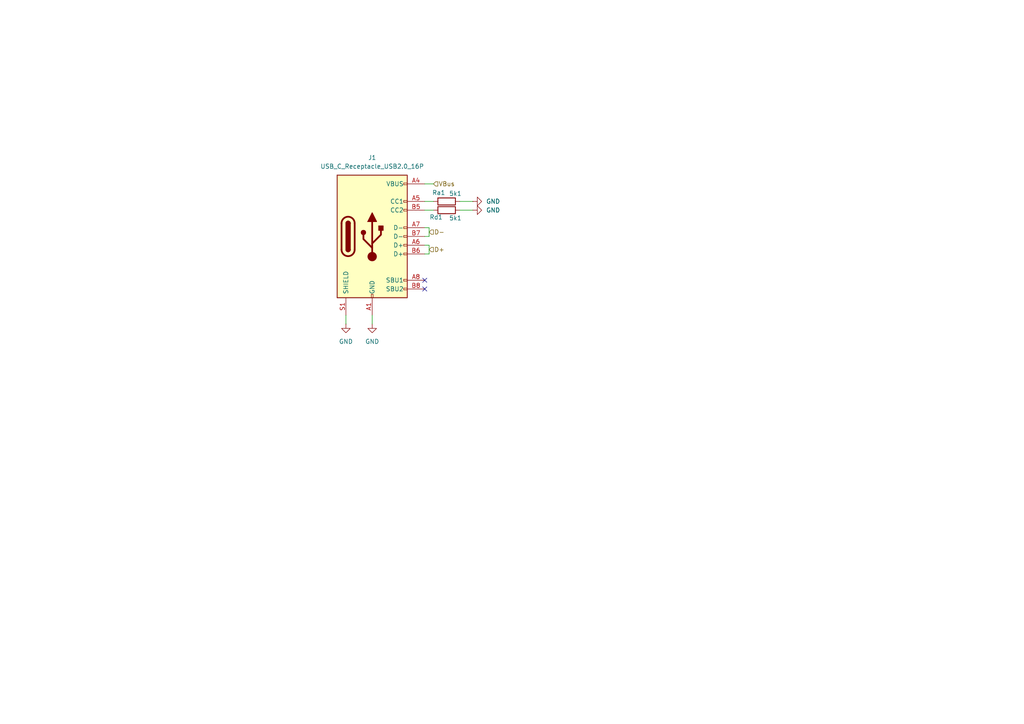
<source format=kicad_sch>
(kicad_sch (version 20250114) (generator "eeschema") (generator_version "9.0")
  (paper "A4")
  (lib_symbols
    (symbol "Connector:USB_C_Receptacle_USB2.0_16P" (pin_names (offset 1.016))
      (property "Reference" "J" (at 0 22.225 0))
      (property "Value" "USB_C_Receptacle_USB2.0_16P" (at 0 19.685 0))
      (symbol "USB_C_Receptacle_USB2.0_16P_0_0"
        (rectangle (start -0.254 -17.78) (end 0.254 -16.764))
        (rectangle (start 10.16 15.494) (end 9.144 14.986))
        (rectangle (start 10.16 10.414) (end 9.144 9.906))
        (rectangle (start 10.16 7.874) (end 9.144 7.366))
        (rectangle (start 10.16 2.794) (end 9.144 2.286))
        (rectangle (start 10.16 0.254) (end 9.144 -0.254))
        (rectangle (start 10.16 -2.286) (end 9.144 -2.794))
        (rectangle (start 10.16 -4.826) (end 9.144 -5.334))
        (rectangle (start 10.16 -12.446) (end 9.144 -12.954))
        (rectangle (start 10.16 -14.986) (end 9.144 -15.494))
      )
      (symbol "USB_C_Receptacle_USB2.0_16P_0_1"
        (rectangle (start -10.16 17.78) (end 10.16 -17.78) (stroke (width 0.254)) (fill (type background)))
        (polyline (pts (xy -8.89 -3.81) (xy -8.89 3.81)) (stroke (width 0.508)))
        (rectangle (start -7.62 -3.81) (end -6.35 3.81) (stroke (width 0.254)) (fill (type outline)))
        (arc (start -7.62 3.81) (mid -6.985 4.4423) (end -6.35 3.81) (stroke (width 0.254)))
        (arc (start -7.62 3.81) (mid -6.985 4.4423) (end -6.35 3.81) (stroke (width 0.254)) (fill (type outline)))
        (arc (start -8.89 3.81) (mid -6.985 5.7067) (end -5.08 3.81) (stroke (width 0.508)))
        (arc (start -5.08 -3.81) (mid -6.985 -5.7067) (end -8.89 -3.81) (stroke (width 0.508)))
        (arc (start -6.35 -3.81) (mid -6.985 -4.4423) (end -7.62 -3.81) (stroke (width 0.254)))
        (arc (start -6.35 -3.81) (mid -6.985 -4.4423) (end -7.62 -3.81) (stroke (width 0.254)) (fill (type outline)))
        (polyline (pts (xy -5.08 3.81) (xy -5.08 -3.81)) (stroke (width 0.508)))
        (circle (center -2.54 1.143) (radius 0.635) (stroke (width 0.254)) (fill (type outline)))
        (polyline (pts (xy -1.27 4.318) (xy 0 6.858) (xy 1.27 4.318) (xy -1.27 4.318)) (stroke (width 0.254)) (fill (type outline)))
        (polyline (pts (xy 0 -2.032) (xy 2.54 0.508) (xy 2.54 1.778)) (stroke (width 0.508)))
        (polyline (pts (xy 0 -3.302) (xy -2.54 -0.762) (xy -2.54 0.508)) (stroke (width 0.508)))
        (polyline (pts (xy 0 -5.842) (xy 0 4.318)) (stroke (width 0.508)))
        (circle (center 0 -5.842) (radius 1.27) (fill (type outline)))
        (rectangle (start 1.905 1.778) (end 3.175 3.048) (stroke (width 0.254)) (fill (type outline)))
      )
      (symbol "USB_C_Receptacle_USB2.0_16P_1_1"
        (pin passive line (at -7.62 -22.86 90) (length 5.08) (name "SHIELD") (number "S1"))
        (pin passive line (at 0 -22.86 90) (length 5.08) (name "GND") (number "A1"))
        (pin passive line (at 0 -22.86 90) (length 5.08) (hide yes) (name "GND") (number "A12"))
        (pin passive line (at 0 -22.86 90) (length 5.08) (hide yes) (name "GND") (number "B1"))
        (pin passive line (at 0 -22.86 90) (length 5.08) (hide yes) (name "GND") (number "B12"))
        (pin passive line (at 15.24 15.24 180) (length 5.08) (name "VBUS") (number "A4"))
        (pin passive line (at 15.24 15.24 180) (length 5.08) (hide yes) (name "VBUS") (number "A9"))
        (pin passive line (at 15.24 15.24 180) (length 5.08) (hide yes) (name "VBUS") (number "B4"))
        (pin passive line (at 15.24 15.24 180) (length 5.08) (hide yes) (name "VBUS") (number "B9"))
        (pin bidirectional line (at 15.24 10.16 180) (length 5.08) (name "CC1") (number "A5"))
        (pin bidirectional line (at 15.24 7.62 180) (length 5.08) (name "CC2") (number "B5"))
        (pin bidirectional line (at 15.24 2.54 180) (length 5.08) (name "D-") (number "A7"))
        (pin bidirectional line (at 15.24 0 180) (length 5.08) (name "D-") (number "B7"))
        (pin bidirectional line (at 15.24 -2.54 180) (length 5.08) (name "D+") (number "A6"))
        (pin bidirectional line (at 15.24 -5.08 180) (length 5.08) (name "D+") (number "B6"))
        (pin bidirectional line (at 15.24 -12.7 180) (length 5.08) (name "SBU1") (number "A8"))
        (pin bidirectional line (at 15.24 -15.24 180) (length 5.08) (name "SBU2") (number "B8"))
      )
    )
    (symbol "Device:R" (pin_numbers (hide yes)) (pin_names (offset 0))
      (property "Reference" "R" (at 2.032 0 90))
      (property "Value" "R" (at 0 0 90))
      (symbol "R_0_1"
        (rectangle (start -1.016 -2.54) (end 1.016 2.54) (stroke (width 0.254)))
      )
      (symbol "R_1_1"
        (pin passive line (at 0 3.81 270) (length 1.27) (name "~") (number "1"))
        (pin passive line (at 0 -3.81 90) (length 1.27) (name "~") (number "2"))
      )
    )
    (symbol "power:GND" (power) (pin_numbers (hide yes)) (pin_names (offset 0) (hide yes))
      (property "Value" "GND" (at 0 -3.81 0))
      (symbol "GND_0_1"
        (polyline (pts (xy 0 0) (xy 0 -1.27) (xy 1.27 -1.27) (xy 0 -2.54) (xy -1.27 -1.27) (xy 0 -1.27)))
      )
      (symbol "GND_1_1"
        (pin power_in line (at 0 0 270) (length 0) (name "~") (number "1"))
      )
    )
  )
  (no_connect (at 123.19 83.82))
  (no_connect (at 123.19 81.28))
  (wire (pts (xy 124.46 71.12) (xy 124.46 73.66)))
  (wire (pts (xy 123.19 60.96) (xy 125.73 60.96)))
  (wire (pts (xy 107.95 91.44) (xy 107.95 93.98)))
  (wire (pts (xy 124.46 66.04) (xy 124.46 68.58)))
  (wire (pts (xy 123.19 66.04) (xy 124.46 66.04)))
  (wire (pts (xy 124.46 68.58) (xy 123.19 68.58)))
  (wire (pts (xy 100.33 91.44) (xy 100.33 93.98)))
  (wire (pts (xy 133.35 60.96) (xy 137.16 60.96)))
  (wire (pts (xy 123.19 58.42) (xy 125.73 58.42)))
  (wire (pts (xy 133.35 58.42) (xy 137.16 58.42)))
  (wire (pts (xy 123.19 53.34) (xy 125.73 53.34)))
  (wire (pts (xy 123.19 71.12) (xy 124.46 71.12)))
  (wire (pts (xy 123.19 73.66) (xy 124.46 73.66)))
  (hierarchical_label "D-" (shape input) (at 124.46 67.31 0))
  (hierarchical_label "D+" (shape input) (at 124.46 72.39 0))
  (hierarchical_label "VBus" (shape input) (at 125.73 53.34 0))
  (symbol (lib_id "Device:R") (at 129.54 60.96 90) (unit 1)
    (property "Reference" "Rd1" (at 126.492 62.992 90))
    (property "Value" "5k1" (at 132.08 63.246 90))
    (property "Footprint" "Resistor_SMD:R_0603_1608Metric" (effects (hide yes)))
    (property "Description" "Resistor" (effects (hide yes)))
  )
  (symbol (lib_id "power:GND") (at 137.16 60.96 90) (unit 1)
    (property "Reference" "#PWR016" (effects (hide yes)))
    (property "Value" "GND" (at 140.97 60.9599 90) (effects (justify right)))
    (property "Description" "Power symbol creates a global label with name \"GND\" , ground" (effects (hide yes)))
  )
  (symbol (lib_id "power:GND") (at 100.33 93.98 0) (unit 1)
    (property "Reference" "#PWR020" (effects (hide yes)))
    (property "Value" "GND" (at 100.33 99.06 0))
    (property "Description" "Power symbol creates a global label with name \"GND\" , ground" (effects (hide yes)))
  )
  (symbol (lib_id "Device:R") (at 129.54 58.42 90) (unit 1)
    (property "Reference" "Ra1" (at 127.254 55.88 90))
    (property "Value" "5k1" (at 132.08 56.134 90))
    (property "Footprint" "Resistor_SMD:R_0603_1608Metric" (effects (hide yes)))
    (property "Description" "Resistor" (effects (hide yes)))
  )
  (symbol (lib_id "power:GND") (at 137.16 58.42 90) (unit 1)
    (property "Reference" "#PWR017" (effects (hide yes)))
    (property "Value" "GND" (at 140.97 58.4199 90) (effects (justify right)))
    (property "Description" "Power symbol creates a global label with name \"GND\" , ground" (effects (hide yes)))
  )
  (symbol (lib_id "Connector:USB_C_Receptacle_USB2.0_16P") (at 107.95 68.58 0) (unit 1)
    (property "Reference" "J1" (at 107.95 45.72 0))
    (property "Value" "USB_C_Receptacle_USB2.0_16P" (at 107.95 48.26 0))
    (property "Footprint" "Connector_USB:USB_C_Receptacle_GCT_USB4085" (effects (hide yes)))
    (property "Datasheet" "https://www.usb.org/sites/default/files/documents/usb_type-c.zip" (effects (hide yes)))
    (property "Description" "USB 2.0-only 16P Type-C Receptacle connector" (effects (hide yes)))
  )
  (symbol (lib_id "power:GND") (at 107.95 93.98 0) (unit 1)
    (property "Reference" "#PWR015" (effects (hide yes)))
    (property "Value" "GND" (at 107.95 99.06 0))
    (property "Description" "Power symbol creates a global label with name \"GND\" , ground" (effects (hide yes)))
  )
)
</source>
